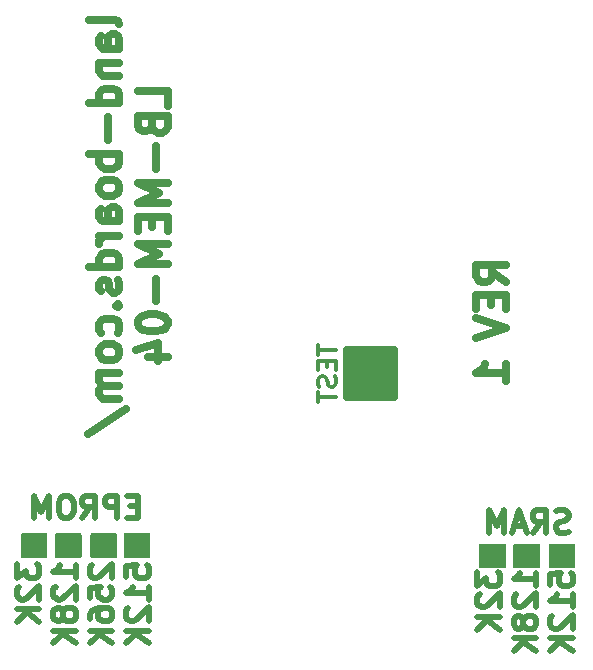
<source format=gbo>
G04 #@! TF.GenerationSoftware,KiCad,Pcbnew,(7.0.0)*
G04 #@! TF.CreationDate,2024-08-24T20:57:07-04:00*
G04 #@! TF.ProjectId,LB-MEM-04,4c422d4d-454d-42d3-9034-2e6b69636164,2*
G04 #@! TF.SameCoordinates,Original*
G04 #@! TF.FileFunction,Legend,Bot*
G04 #@! TF.FilePolarity,Positive*
%FSLAX46Y46*%
G04 Gerber Fmt 4.6, Leading zero omitted, Abs format (unit mm)*
G04 Created by KiCad (PCBNEW (7.0.0)) date 2024-08-24 20:57:07*
%MOMM*%
%LPD*%
G01*
G04 APERTURE LIST*
%ADD10C,0.635000*%
%ADD11C,0.476250*%
%ADD12C,0.304800*%
%ADD13C,0.650000*%
G04 APERTURE END LIST*
D10*
X174923147Y-85477047D02*
X173713623Y-84630380D01*
X174923147Y-84025618D02*
X172383147Y-84025618D01*
X172383147Y-84025618D02*
X172383147Y-84993237D01*
X172383147Y-84993237D02*
X172504100Y-85235142D01*
X172504100Y-85235142D02*
X172625052Y-85356095D01*
X172625052Y-85356095D02*
X172866957Y-85477047D01*
X172866957Y-85477047D02*
X173229814Y-85477047D01*
X173229814Y-85477047D02*
X173471719Y-85356095D01*
X173471719Y-85356095D02*
X173592671Y-85235142D01*
X173592671Y-85235142D02*
X173713623Y-84993237D01*
X173713623Y-84993237D02*
X173713623Y-84025618D01*
X173592671Y-86565618D02*
X173592671Y-87412285D01*
X174923147Y-87775142D02*
X174923147Y-86565618D01*
X174923147Y-86565618D02*
X172383147Y-86565618D01*
X172383147Y-86565618D02*
X172383147Y-87775142D01*
X172383147Y-88500856D02*
X174923147Y-89347523D01*
X174923147Y-89347523D02*
X172383147Y-90194190D01*
X174923147Y-93895333D02*
X174923147Y-92443904D01*
X174923147Y-93169618D02*
X172383147Y-93169618D01*
X172383147Y-93169618D02*
X172746004Y-92927714D01*
X172746004Y-92927714D02*
X172987909Y-92685809D01*
X172987909Y-92685809D02*
X173108861Y-92443904D01*
X142131747Y-63651192D02*
X142010795Y-63409287D01*
X142010795Y-63409287D02*
X141768890Y-63288334D01*
X141768890Y-63288334D02*
X139591747Y-63288334D01*
X142131747Y-65707382D02*
X140801271Y-65707382D01*
X140801271Y-65707382D02*
X140559366Y-65586429D01*
X140559366Y-65586429D02*
X140438414Y-65344525D01*
X140438414Y-65344525D02*
X140438414Y-64860715D01*
X140438414Y-64860715D02*
X140559366Y-64618810D01*
X142010795Y-65707382D02*
X142131747Y-65465477D01*
X142131747Y-65465477D02*
X142131747Y-64860715D01*
X142131747Y-64860715D02*
X142010795Y-64618810D01*
X142010795Y-64618810D02*
X141768890Y-64497858D01*
X141768890Y-64497858D02*
X141526985Y-64497858D01*
X141526985Y-64497858D02*
X141285080Y-64618810D01*
X141285080Y-64618810D02*
X141164128Y-64860715D01*
X141164128Y-64860715D02*
X141164128Y-65465477D01*
X141164128Y-65465477D02*
X141043176Y-65707382D01*
X140438414Y-66916905D02*
X142131747Y-66916905D01*
X140680319Y-66916905D02*
X140559366Y-67037858D01*
X140559366Y-67037858D02*
X140438414Y-67279763D01*
X140438414Y-67279763D02*
X140438414Y-67642620D01*
X140438414Y-67642620D02*
X140559366Y-67884524D01*
X140559366Y-67884524D02*
X140801271Y-68005477D01*
X140801271Y-68005477D02*
X142131747Y-68005477D01*
X142131747Y-70303572D02*
X139591747Y-70303572D01*
X142010795Y-70303572D02*
X142131747Y-70061667D01*
X142131747Y-70061667D02*
X142131747Y-69577858D01*
X142131747Y-69577858D02*
X142010795Y-69335953D01*
X142010795Y-69335953D02*
X141889842Y-69215000D01*
X141889842Y-69215000D02*
X141647938Y-69094048D01*
X141647938Y-69094048D02*
X140922223Y-69094048D01*
X140922223Y-69094048D02*
X140680319Y-69215000D01*
X140680319Y-69215000D02*
X140559366Y-69335953D01*
X140559366Y-69335953D02*
X140438414Y-69577858D01*
X140438414Y-69577858D02*
X140438414Y-70061667D01*
X140438414Y-70061667D02*
X140559366Y-70303572D01*
X141164128Y-71513095D02*
X141164128Y-73448334D01*
X142131747Y-74657857D02*
X139591747Y-74657857D01*
X140559366Y-74657857D02*
X140438414Y-74899762D01*
X140438414Y-74899762D02*
X140438414Y-75383572D01*
X140438414Y-75383572D02*
X140559366Y-75625476D01*
X140559366Y-75625476D02*
X140680319Y-75746429D01*
X140680319Y-75746429D02*
X140922223Y-75867381D01*
X140922223Y-75867381D02*
X141647938Y-75867381D01*
X141647938Y-75867381D02*
X141889842Y-75746429D01*
X141889842Y-75746429D02*
X142010795Y-75625476D01*
X142010795Y-75625476D02*
X142131747Y-75383572D01*
X142131747Y-75383572D02*
X142131747Y-74899762D01*
X142131747Y-74899762D02*
X142010795Y-74657857D01*
X142131747Y-77318810D02*
X142010795Y-77076905D01*
X142010795Y-77076905D02*
X141889842Y-76955952D01*
X141889842Y-76955952D02*
X141647938Y-76835000D01*
X141647938Y-76835000D02*
X140922223Y-76835000D01*
X140922223Y-76835000D02*
X140680319Y-76955952D01*
X140680319Y-76955952D02*
X140559366Y-77076905D01*
X140559366Y-77076905D02*
X140438414Y-77318810D01*
X140438414Y-77318810D02*
X140438414Y-77681667D01*
X140438414Y-77681667D02*
X140559366Y-77923571D01*
X140559366Y-77923571D02*
X140680319Y-78044524D01*
X140680319Y-78044524D02*
X140922223Y-78165476D01*
X140922223Y-78165476D02*
X141647938Y-78165476D01*
X141647938Y-78165476D02*
X141889842Y-78044524D01*
X141889842Y-78044524D02*
X142010795Y-77923571D01*
X142010795Y-77923571D02*
X142131747Y-77681667D01*
X142131747Y-77681667D02*
X142131747Y-77318810D01*
X142131747Y-80342619D02*
X140801271Y-80342619D01*
X140801271Y-80342619D02*
X140559366Y-80221666D01*
X140559366Y-80221666D02*
X140438414Y-79979762D01*
X140438414Y-79979762D02*
X140438414Y-79495952D01*
X140438414Y-79495952D02*
X140559366Y-79254047D01*
X142010795Y-80342619D02*
X142131747Y-80100714D01*
X142131747Y-80100714D02*
X142131747Y-79495952D01*
X142131747Y-79495952D02*
X142010795Y-79254047D01*
X142010795Y-79254047D02*
X141768890Y-79133095D01*
X141768890Y-79133095D02*
X141526985Y-79133095D01*
X141526985Y-79133095D02*
X141285080Y-79254047D01*
X141285080Y-79254047D02*
X141164128Y-79495952D01*
X141164128Y-79495952D02*
X141164128Y-80100714D01*
X141164128Y-80100714D02*
X141043176Y-80342619D01*
X142131747Y-81552142D02*
X140438414Y-81552142D01*
X140922223Y-81552142D02*
X140680319Y-81673095D01*
X140680319Y-81673095D02*
X140559366Y-81794047D01*
X140559366Y-81794047D02*
X140438414Y-82035952D01*
X140438414Y-82035952D02*
X140438414Y-82277857D01*
X142131747Y-84213095D02*
X139591747Y-84213095D01*
X142010795Y-84213095D02*
X142131747Y-83971190D01*
X142131747Y-83971190D02*
X142131747Y-83487381D01*
X142131747Y-83487381D02*
X142010795Y-83245476D01*
X142010795Y-83245476D02*
X141889842Y-83124523D01*
X141889842Y-83124523D02*
X141647938Y-83003571D01*
X141647938Y-83003571D02*
X140922223Y-83003571D01*
X140922223Y-83003571D02*
X140680319Y-83124523D01*
X140680319Y-83124523D02*
X140559366Y-83245476D01*
X140559366Y-83245476D02*
X140438414Y-83487381D01*
X140438414Y-83487381D02*
X140438414Y-83971190D01*
X140438414Y-83971190D02*
X140559366Y-84213095D01*
X142010795Y-85301666D02*
X142131747Y-85543571D01*
X142131747Y-85543571D02*
X142131747Y-86027380D01*
X142131747Y-86027380D02*
X142010795Y-86269285D01*
X142010795Y-86269285D02*
X141768890Y-86390237D01*
X141768890Y-86390237D02*
X141647938Y-86390237D01*
X141647938Y-86390237D02*
X141406033Y-86269285D01*
X141406033Y-86269285D02*
X141285080Y-86027380D01*
X141285080Y-86027380D02*
X141285080Y-85664523D01*
X141285080Y-85664523D02*
X141164128Y-85422618D01*
X141164128Y-85422618D02*
X140922223Y-85301666D01*
X140922223Y-85301666D02*
X140801271Y-85301666D01*
X140801271Y-85301666D02*
X140559366Y-85422618D01*
X140559366Y-85422618D02*
X140438414Y-85664523D01*
X140438414Y-85664523D02*
X140438414Y-86027380D01*
X140438414Y-86027380D02*
X140559366Y-86269285D01*
X141889842Y-87478808D02*
X142010795Y-87599761D01*
X142010795Y-87599761D02*
X142131747Y-87478808D01*
X142131747Y-87478808D02*
X142010795Y-87357856D01*
X142010795Y-87357856D02*
X141889842Y-87478808D01*
X141889842Y-87478808D02*
X142131747Y-87478808D01*
X142010795Y-89776904D02*
X142131747Y-89534999D01*
X142131747Y-89534999D02*
X142131747Y-89051190D01*
X142131747Y-89051190D02*
X142010795Y-88809285D01*
X142010795Y-88809285D02*
X141889842Y-88688332D01*
X141889842Y-88688332D02*
X141647938Y-88567380D01*
X141647938Y-88567380D02*
X140922223Y-88567380D01*
X140922223Y-88567380D02*
X140680319Y-88688332D01*
X140680319Y-88688332D02*
X140559366Y-88809285D01*
X140559366Y-88809285D02*
X140438414Y-89051190D01*
X140438414Y-89051190D02*
X140438414Y-89534999D01*
X140438414Y-89534999D02*
X140559366Y-89776904D01*
X142131747Y-91228333D02*
X142010795Y-90986428D01*
X142010795Y-90986428D02*
X141889842Y-90865475D01*
X141889842Y-90865475D02*
X141647938Y-90744523D01*
X141647938Y-90744523D02*
X140922223Y-90744523D01*
X140922223Y-90744523D02*
X140680319Y-90865475D01*
X140680319Y-90865475D02*
X140559366Y-90986428D01*
X140559366Y-90986428D02*
X140438414Y-91228333D01*
X140438414Y-91228333D02*
X140438414Y-91591190D01*
X140438414Y-91591190D02*
X140559366Y-91833094D01*
X140559366Y-91833094D02*
X140680319Y-91954047D01*
X140680319Y-91954047D02*
X140922223Y-92074999D01*
X140922223Y-92074999D02*
X141647938Y-92074999D01*
X141647938Y-92074999D02*
X141889842Y-91954047D01*
X141889842Y-91954047D02*
X142010795Y-91833094D01*
X142010795Y-91833094D02*
X142131747Y-91591190D01*
X142131747Y-91591190D02*
X142131747Y-91228333D01*
X142131747Y-93163570D02*
X140438414Y-93163570D01*
X140680319Y-93163570D02*
X140559366Y-93284523D01*
X140559366Y-93284523D02*
X140438414Y-93526428D01*
X140438414Y-93526428D02*
X140438414Y-93889285D01*
X140438414Y-93889285D02*
X140559366Y-94131189D01*
X140559366Y-94131189D02*
X140801271Y-94252142D01*
X140801271Y-94252142D02*
X142131747Y-94252142D01*
X140801271Y-94252142D02*
X140559366Y-94373094D01*
X140559366Y-94373094D02*
X140438414Y-94614999D01*
X140438414Y-94614999D02*
X140438414Y-94977856D01*
X140438414Y-94977856D02*
X140559366Y-95219761D01*
X140559366Y-95219761D02*
X140801271Y-95340713D01*
X140801271Y-95340713D02*
X142131747Y-95340713D01*
X139470795Y-98364523D02*
X142736509Y-96187380D01*
X146246547Y-70545476D02*
X146246547Y-69335952D01*
X146246547Y-69335952D02*
X143706547Y-69335952D01*
X144916071Y-72238809D02*
X145037023Y-72601666D01*
X145037023Y-72601666D02*
X145157976Y-72722619D01*
X145157976Y-72722619D02*
X145399880Y-72843571D01*
X145399880Y-72843571D02*
X145762738Y-72843571D01*
X145762738Y-72843571D02*
X146004642Y-72722619D01*
X146004642Y-72722619D02*
X146125595Y-72601666D01*
X146125595Y-72601666D02*
X146246547Y-72359761D01*
X146246547Y-72359761D02*
X146246547Y-71392142D01*
X146246547Y-71392142D02*
X143706547Y-71392142D01*
X143706547Y-71392142D02*
X143706547Y-72238809D01*
X143706547Y-72238809D02*
X143827500Y-72480714D01*
X143827500Y-72480714D02*
X143948452Y-72601666D01*
X143948452Y-72601666D02*
X144190357Y-72722619D01*
X144190357Y-72722619D02*
X144432261Y-72722619D01*
X144432261Y-72722619D02*
X144674166Y-72601666D01*
X144674166Y-72601666D02*
X144795119Y-72480714D01*
X144795119Y-72480714D02*
X144916071Y-72238809D01*
X144916071Y-72238809D02*
X144916071Y-71392142D01*
X145278928Y-73932142D02*
X145278928Y-75867381D01*
X146246547Y-77076904D02*
X143706547Y-77076904D01*
X143706547Y-77076904D02*
X145520833Y-77923571D01*
X145520833Y-77923571D02*
X143706547Y-78770238D01*
X143706547Y-78770238D02*
X146246547Y-78770238D01*
X144916071Y-79979761D02*
X144916071Y-80826428D01*
X146246547Y-81189285D02*
X146246547Y-79979761D01*
X146246547Y-79979761D02*
X143706547Y-79979761D01*
X143706547Y-79979761D02*
X143706547Y-81189285D01*
X146246547Y-82277856D02*
X143706547Y-82277856D01*
X143706547Y-82277856D02*
X145520833Y-83124523D01*
X145520833Y-83124523D02*
X143706547Y-83971190D01*
X143706547Y-83971190D02*
X146246547Y-83971190D01*
X145278928Y-85180713D02*
X145278928Y-87115952D01*
X143706547Y-88809285D02*
X143706547Y-89051190D01*
X143706547Y-89051190D02*
X143827500Y-89293094D01*
X143827500Y-89293094D02*
X143948452Y-89414047D01*
X143948452Y-89414047D02*
X144190357Y-89534999D01*
X144190357Y-89534999D02*
X144674166Y-89655952D01*
X144674166Y-89655952D02*
X145278928Y-89655952D01*
X145278928Y-89655952D02*
X145762738Y-89534999D01*
X145762738Y-89534999D02*
X146004642Y-89414047D01*
X146004642Y-89414047D02*
X146125595Y-89293094D01*
X146125595Y-89293094D02*
X146246547Y-89051190D01*
X146246547Y-89051190D02*
X146246547Y-88809285D01*
X146246547Y-88809285D02*
X146125595Y-88567380D01*
X146125595Y-88567380D02*
X146004642Y-88446428D01*
X146004642Y-88446428D02*
X145762738Y-88325475D01*
X145762738Y-88325475D02*
X145278928Y-88204523D01*
X145278928Y-88204523D02*
X144674166Y-88204523D01*
X144674166Y-88204523D02*
X144190357Y-88325475D01*
X144190357Y-88325475D02*
X143948452Y-88446428D01*
X143948452Y-88446428D02*
X143827500Y-88567380D01*
X143827500Y-88567380D02*
X143706547Y-88809285D01*
X144553214Y-91833095D02*
X146246547Y-91833095D01*
X143585595Y-91228333D02*
X145399880Y-90623571D01*
X145399880Y-90623571D02*
X145399880Y-92195952D01*
D11*
X180185785Y-106603346D02*
X179913643Y-106694060D01*
X179913643Y-106694060D02*
X179460071Y-106694060D01*
X179460071Y-106694060D02*
X179278643Y-106603346D01*
X179278643Y-106603346D02*
X179187928Y-106512632D01*
X179187928Y-106512632D02*
X179097214Y-106331203D01*
X179097214Y-106331203D02*
X179097214Y-106149775D01*
X179097214Y-106149775D02*
X179187928Y-105968346D01*
X179187928Y-105968346D02*
X179278643Y-105877632D01*
X179278643Y-105877632D02*
X179460071Y-105786917D01*
X179460071Y-105786917D02*
X179822928Y-105696203D01*
X179822928Y-105696203D02*
X180004357Y-105605489D01*
X180004357Y-105605489D02*
X180095071Y-105514775D01*
X180095071Y-105514775D02*
X180185785Y-105333346D01*
X180185785Y-105333346D02*
X180185785Y-105151917D01*
X180185785Y-105151917D02*
X180095071Y-104970489D01*
X180095071Y-104970489D02*
X180004357Y-104879775D01*
X180004357Y-104879775D02*
X179822928Y-104789060D01*
X179822928Y-104789060D02*
X179369357Y-104789060D01*
X179369357Y-104789060D02*
X179097214Y-104879775D01*
X177192214Y-106694060D02*
X177827214Y-105786917D01*
X178280785Y-106694060D02*
X178280785Y-104789060D01*
X178280785Y-104789060D02*
X177555071Y-104789060D01*
X177555071Y-104789060D02*
X177373642Y-104879775D01*
X177373642Y-104879775D02*
X177282928Y-104970489D01*
X177282928Y-104970489D02*
X177192214Y-105151917D01*
X177192214Y-105151917D02*
X177192214Y-105424060D01*
X177192214Y-105424060D02*
X177282928Y-105605489D01*
X177282928Y-105605489D02*
X177373642Y-105696203D01*
X177373642Y-105696203D02*
X177555071Y-105786917D01*
X177555071Y-105786917D02*
X178280785Y-105786917D01*
X176466499Y-106149775D02*
X175559357Y-106149775D01*
X176647928Y-106694060D02*
X176012928Y-104789060D01*
X176012928Y-104789060D02*
X175377928Y-106694060D01*
X174742928Y-106694060D02*
X174742928Y-104789060D01*
X174742928Y-104789060D02*
X174107928Y-106149775D01*
X174107928Y-106149775D02*
X173472928Y-104789060D01*
X173472928Y-104789060D02*
X173472928Y-106694060D01*
X172467360Y-110025542D02*
X172467360Y-111204828D01*
X172467360Y-111204828D02*
X173193075Y-110569828D01*
X173193075Y-110569828D02*
X173193075Y-110841971D01*
X173193075Y-110841971D02*
X173283789Y-111023400D01*
X173283789Y-111023400D02*
X173374503Y-111114114D01*
X173374503Y-111114114D02*
X173555932Y-111204828D01*
X173555932Y-111204828D02*
X174009503Y-111204828D01*
X174009503Y-111204828D02*
X174190932Y-111114114D01*
X174190932Y-111114114D02*
X174281646Y-111023400D01*
X174281646Y-111023400D02*
X174372360Y-110841971D01*
X174372360Y-110841971D02*
X174372360Y-110297685D01*
X174372360Y-110297685D02*
X174281646Y-110116257D01*
X174281646Y-110116257D02*
X174190932Y-110025542D01*
X172648789Y-111930543D02*
X172558075Y-112021257D01*
X172558075Y-112021257D02*
X172467360Y-112202686D01*
X172467360Y-112202686D02*
X172467360Y-112656257D01*
X172467360Y-112656257D02*
X172558075Y-112837686D01*
X172558075Y-112837686D02*
X172648789Y-112928400D01*
X172648789Y-112928400D02*
X172830217Y-113019114D01*
X172830217Y-113019114D02*
X173011646Y-113019114D01*
X173011646Y-113019114D02*
X173283789Y-112928400D01*
X173283789Y-112928400D02*
X174372360Y-111839828D01*
X174372360Y-111839828D02*
X174372360Y-113019114D01*
X174372360Y-113835543D02*
X172467360Y-113835543D01*
X174372360Y-114924114D02*
X173283789Y-114107686D01*
X172467360Y-114924114D02*
X173555932Y-113835543D01*
X177458460Y-111204828D02*
X177458460Y-110116257D01*
X177458460Y-110660542D02*
X175553460Y-110660542D01*
X175553460Y-110660542D02*
X175825603Y-110479114D01*
X175825603Y-110479114D02*
X176007032Y-110297685D01*
X176007032Y-110297685D02*
X176097746Y-110116257D01*
X175734889Y-111930543D02*
X175644175Y-112021257D01*
X175644175Y-112021257D02*
X175553460Y-112202686D01*
X175553460Y-112202686D02*
X175553460Y-112656257D01*
X175553460Y-112656257D02*
X175644175Y-112837686D01*
X175644175Y-112837686D02*
X175734889Y-112928400D01*
X175734889Y-112928400D02*
X175916317Y-113019114D01*
X175916317Y-113019114D02*
X176097746Y-113019114D01*
X176097746Y-113019114D02*
X176369889Y-112928400D01*
X176369889Y-112928400D02*
X177458460Y-111839828D01*
X177458460Y-111839828D02*
X177458460Y-113019114D01*
X176369889Y-114107686D02*
X176279175Y-113926257D01*
X176279175Y-113926257D02*
X176188460Y-113835543D01*
X176188460Y-113835543D02*
X176007032Y-113744829D01*
X176007032Y-113744829D02*
X175916317Y-113744829D01*
X175916317Y-113744829D02*
X175734889Y-113835543D01*
X175734889Y-113835543D02*
X175644175Y-113926257D01*
X175644175Y-113926257D02*
X175553460Y-114107686D01*
X175553460Y-114107686D02*
X175553460Y-114470543D01*
X175553460Y-114470543D02*
X175644175Y-114651972D01*
X175644175Y-114651972D02*
X175734889Y-114742686D01*
X175734889Y-114742686D02*
X175916317Y-114833400D01*
X175916317Y-114833400D02*
X176007032Y-114833400D01*
X176007032Y-114833400D02*
X176188460Y-114742686D01*
X176188460Y-114742686D02*
X176279175Y-114651972D01*
X176279175Y-114651972D02*
X176369889Y-114470543D01*
X176369889Y-114470543D02*
X176369889Y-114107686D01*
X176369889Y-114107686D02*
X176460603Y-113926257D01*
X176460603Y-113926257D02*
X176551317Y-113835543D01*
X176551317Y-113835543D02*
X176732746Y-113744829D01*
X176732746Y-113744829D02*
X177095603Y-113744829D01*
X177095603Y-113744829D02*
X177277032Y-113835543D01*
X177277032Y-113835543D02*
X177367746Y-113926257D01*
X177367746Y-113926257D02*
X177458460Y-114107686D01*
X177458460Y-114107686D02*
X177458460Y-114470543D01*
X177458460Y-114470543D02*
X177367746Y-114651972D01*
X177367746Y-114651972D02*
X177277032Y-114742686D01*
X177277032Y-114742686D02*
X177095603Y-114833400D01*
X177095603Y-114833400D02*
X176732746Y-114833400D01*
X176732746Y-114833400D02*
X176551317Y-114742686D01*
X176551317Y-114742686D02*
X176460603Y-114651972D01*
X176460603Y-114651972D02*
X176369889Y-114470543D01*
X177458460Y-115649829D02*
X175553460Y-115649829D01*
X177458460Y-116738400D02*
X176369889Y-115921972D01*
X175553460Y-116738400D02*
X176642032Y-115649829D01*
X178639560Y-111114114D02*
X178639560Y-110206971D01*
X178639560Y-110206971D02*
X179546703Y-110116257D01*
X179546703Y-110116257D02*
X179455989Y-110206971D01*
X179455989Y-110206971D02*
X179365275Y-110388400D01*
X179365275Y-110388400D02*
X179365275Y-110841971D01*
X179365275Y-110841971D02*
X179455989Y-111023400D01*
X179455989Y-111023400D02*
X179546703Y-111114114D01*
X179546703Y-111114114D02*
X179728132Y-111204828D01*
X179728132Y-111204828D02*
X180181703Y-111204828D01*
X180181703Y-111204828D02*
X180363132Y-111114114D01*
X180363132Y-111114114D02*
X180453846Y-111023400D01*
X180453846Y-111023400D02*
X180544560Y-110841971D01*
X180544560Y-110841971D02*
X180544560Y-110388400D01*
X180544560Y-110388400D02*
X180453846Y-110206971D01*
X180453846Y-110206971D02*
X180363132Y-110116257D01*
X180544560Y-113019114D02*
X180544560Y-111930543D01*
X180544560Y-112474828D02*
X178639560Y-112474828D01*
X178639560Y-112474828D02*
X178911703Y-112293400D01*
X178911703Y-112293400D02*
X179093132Y-112111971D01*
X179093132Y-112111971D02*
X179183846Y-111930543D01*
X178820989Y-113744829D02*
X178730275Y-113835543D01*
X178730275Y-113835543D02*
X178639560Y-114016972D01*
X178639560Y-114016972D02*
X178639560Y-114470543D01*
X178639560Y-114470543D02*
X178730275Y-114651972D01*
X178730275Y-114651972D02*
X178820989Y-114742686D01*
X178820989Y-114742686D02*
X179002417Y-114833400D01*
X179002417Y-114833400D02*
X179183846Y-114833400D01*
X179183846Y-114833400D02*
X179455989Y-114742686D01*
X179455989Y-114742686D02*
X180544560Y-113654114D01*
X180544560Y-113654114D02*
X180544560Y-114833400D01*
X180544560Y-115649829D02*
X178639560Y-115649829D01*
X180544560Y-116738400D02*
X179455989Y-115921972D01*
X178639560Y-116738400D02*
X179728132Y-115649829D01*
X143718642Y-104477003D02*
X143083642Y-104477003D01*
X142811499Y-105474860D02*
X143718642Y-105474860D01*
X143718642Y-105474860D02*
X143718642Y-103569860D01*
X143718642Y-103569860D02*
X142811499Y-103569860D01*
X141995071Y-105474860D02*
X141995071Y-103569860D01*
X141995071Y-103569860D02*
X141269357Y-103569860D01*
X141269357Y-103569860D02*
X141087928Y-103660575D01*
X141087928Y-103660575D02*
X140997214Y-103751289D01*
X140997214Y-103751289D02*
X140906500Y-103932717D01*
X140906500Y-103932717D02*
X140906500Y-104204860D01*
X140906500Y-104204860D02*
X140997214Y-104386289D01*
X140997214Y-104386289D02*
X141087928Y-104477003D01*
X141087928Y-104477003D02*
X141269357Y-104567717D01*
X141269357Y-104567717D02*
X141995071Y-104567717D01*
X139001500Y-105474860D02*
X139636500Y-104567717D01*
X140090071Y-105474860D02*
X140090071Y-103569860D01*
X140090071Y-103569860D02*
X139364357Y-103569860D01*
X139364357Y-103569860D02*
X139182928Y-103660575D01*
X139182928Y-103660575D02*
X139092214Y-103751289D01*
X139092214Y-103751289D02*
X139001500Y-103932717D01*
X139001500Y-103932717D02*
X139001500Y-104204860D01*
X139001500Y-104204860D02*
X139092214Y-104386289D01*
X139092214Y-104386289D02*
X139182928Y-104477003D01*
X139182928Y-104477003D02*
X139364357Y-104567717D01*
X139364357Y-104567717D02*
X140090071Y-104567717D01*
X137822214Y-103569860D02*
X137459357Y-103569860D01*
X137459357Y-103569860D02*
X137277928Y-103660575D01*
X137277928Y-103660575D02*
X137096500Y-103842003D01*
X137096500Y-103842003D02*
X137005785Y-104204860D01*
X137005785Y-104204860D02*
X137005785Y-104839860D01*
X137005785Y-104839860D02*
X137096500Y-105202717D01*
X137096500Y-105202717D02*
X137277928Y-105384146D01*
X137277928Y-105384146D02*
X137459357Y-105474860D01*
X137459357Y-105474860D02*
X137822214Y-105474860D01*
X137822214Y-105474860D02*
X138003643Y-105384146D01*
X138003643Y-105384146D02*
X138185071Y-105202717D01*
X138185071Y-105202717D02*
X138275785Y-104839860D01*
X138275785Y-104839860D02*
X138275785Y-104204860D01*
X138275785Y-104204860D02*
X138185071Y-103842003D01*
X138185071Y-103842003D02*
X138003643Y-103660575D01*
X138003643Y-103660575D02*
X137822214Y-103569860D01*
X136189357Y-105474860D02*
X136189357Y-103569860D01*
X136189357Y-103569860D02*
X135554357Y-104930575D01*
X135554357Y-104930575D02*
X134919357Y-103569860D01*
X134919357Y-103569860D02*
X134919357Y-105474860D01*
X133484710Y-109365142D02*
X133484710Y-110544428D01*
X133484710Y-110544428D02*
X134210425Y-109909428D01*
X134210425Y-109909428D02*
X134210425Y-110181571D01*
X134210425Y-110181571D02*
X134301139Y-110363000D01*
X134301139Y-110363000D02*
X134391853Y-110453714D01*
X134391853Y-110453714D02*
X134573282Y-110544428D01*
X134573282Y-110544428D02*
X135026853Y-110544428D01*
X135026853Y-110544428D02*
X135208282Y-110453714D01*
X135208282Y-110453714D02*
X135298996Y-110363000D01*
X135298996Y-110363000D02*
X135389710Y-110181571D01*
X135389710Y-110181571D02*
X135389710Y-109637285D01*
X135389710Y-109637285D02*
X135298996Y-109455857D01*
X135298996Y-109455857D02*
X135208282Y-109365142D01*
X133666139Y-111270143D02*
X133575425Y-111360857D01*
X133575425Y-111360857D02*
X133484710Y-111542286D01*
X133484710Y-111542286D02*
X133484710Y-111995857D01*
X133484710Y-111995857D02*
X133575425Y-112177286D01*
X133575425Y-112177286D02*
X133666139Y-112268000D01*
X133666139Y-112268000D02*
X133847567Y-112358714D01*
X133847567Y-112358714D02*
X134028996Y-112358714D01*
X134028996Y-112358714D02*
X134301139Y-112268000D01*
X134301139Y-112268000D02*
X135389710Y-111179428D01*
X135389710Y-111179428D02*
X135389710Y-112358714D01*
X135389710Y-113175143D02*
X133484710Y-113175143D01*
X135389710Y-114263714D02*
X134301139Y-113447286D01*
X133484710Y-114263714D02*
X134573282Y-113175143D01*
X138475810Y-110544428D02*
X138475810Y-109455857D01*
X138475810Y-110000142D02*
X136570810Y-110000142D01*
X136570810Y-110000142D02*
X136842953Y-109818714D01*
X136842953Y-109818714D02*
X137024382Y-109637285D01*
X137024382Y-109637285D02*
X137115096Y-109455857D01*
X136752239Y-111270143D02*
X136661525Y-111360857D01*
X136661525Y-111360857D02*
X136570810Y-111542286D01*
X136570810Y-111542286D02*
X136570810Y-111995857D01*
X136570810Y-111995857D02*
X136661525Y-112177286D01*
X136661525Y-112177286D02*
X136752239Y-112268000D01*
X136752239Y-112268000D02*
X136933667Y-112358714D01*
X136933667Y-112358714D02*
X137115096Y-112358714D01*
X137115096Y-112358714D02*
X137387239Y-112268000D01*
X137387239Y-112268000D02*
X138475810Y-111179428D01*
X138475810Y-111179428D02*
X138475810Y-112358714D01*
X137387239Y-113447286D02*
X137296525Y-113265857D01*
X137296525Y-113265857D02*
X137205810Y-113175143D01*
X137205810Y-113175143D02*
X137024382Y-113084429D01*
X137024382Y-113084429D02*
X136933667Y-113084429D01*
X136933667Y-113084429D02*
X136752239Y-113175143D01*
X136752239Y-113175143D02*
X136661525Y-113265857D01*
X136661525Y-113265857D02*
X136570810Y-113447286D01*
X136570810Y-113447286D02*
X136570810Y-113810143D01*
X136570810Y-113810143D02*
X136661525Y-113991572D01*
X136661525Y-113991572D02*
X136752239Y-114082286D01*
X136752239Y-114082286D02*
X136933667Y-114173000D01*
X136933667Y-114173000D02*
X137024382Y-114173000D01*
X137024382Y-114173000D02*
X137205810Y-114082286D01*
X137205810Y-114082286D02*
X137296525Y-113991572D01*
X137296525Y-113991572D02*
X137387239Y-113810143D01*
X137387239Y-113810143D02*
X137387239Y-113447286D01*
X137387239Y-113447286D02*
X137477953Y-113265857D01*
X137477953Y-113265857D02*
X137568667Y-113175143D01*
X137568667Y-113175143D02*
X137750096Y-113084429D01*
X137750096Y-113084429D02*
X138112953Y-113084429D01*
X138112953Y-113084429D02*
X138294382Y-113175143D01*
X138294382Y-113175143D02*
X138385096Y-113265857D01*
X138385096Y-113265857D02*
X138475810Y-113447286D01*
X138475810Y-113447286D02*
X138475810Y-113810143D01*
X138475810Y-113810143D02*
X138385096Y-113991572D01*
X138385096Y-113991572D02*
X138294382Y-114082286D01*
X138294382Y-114082286D02*
X138112953Y-114173000D01*
X138112953Y-114173000D02*
X137750096Y-114173000D01*
X137750096Y-114173000D02*
X137568667Y-114082286D01*
X137568667Y-114082286D02*
X137477953Y-113991572D01*
X137477953Y-113991572D02*
X137387239Y-113810143D01*
X138475810Y-114989429D02*
X136570810Y-114989429D01*
X138475810Y-116078000D02*
X137387239Y-115261572D01*
X136570810Y-116078000D02*
X137659382Y-114989429D01*
X139838339Y-109455857D02*
X139747625Y-109546571D01*
X139747625Y-109546571D02*
X139656910Y-109728000D01*
X139656910Y-109728000D02*
X139656910Y-110181571D01*
X139656910Y-110181571D02*
X139747625Y-110363000D01*
X139747625Y-110363000D02*
X139838339Y-110453714D01*
X139838339Y-110453714D02*
X140019767Y-110544428D01*
X140019767Y-110544428D02*
X140201196Y-110544428D01*
X140201196Y-110544428D02*
X140473339Y-110453714D01*
X140473339Y-110453714D02*
X141561910Y-109365142D01*
X141561910Y-109365142D02*
X141561910Y-110544428D01*
X139656910Y-112268000D02*
X139656910Y-111360857D01*
X139656910Y-111360857D02*
X140564053Y-111270143D01*
X140564053Y-111270143D02*
X140473339Y-111360857D01*
X140473339Y-111360857D02*
X140382625Y-111542286D01*
X140382625Y-111542286D02*
X140382625Y-111995857D01*
X140382625Y-111995857D02*
X140473339Y-112177286D01*
X140473339Y-112177286D02*
X140564053Y-112268000D01*
X140564053Y-112268000D02*
X140745482Y-112358714D01*
X140745482Y-112358714D02*
X141199053Y-112358714D01*
X141199053Y-112358714D02*
X141380482Y-112268000D01*
X141380482Y-112268000D02*
X141471196Y-112177286D01*
X141471196Y-112177286D02*
X141561910Y-111995857D01*
X141561910Y-111995857D02*
X141561910Y-111542286D01*
X141561910Y-111542286D02*
X141471196Y-111360857D01*
X141471196Y-111360857D02*
X141380482Y-111270143D01*
X139656910Y-113991572D02*
X139656910Y-113628714D01*
X139656910Y-113628714D02*
X139747625Y-113447286D01*
X139747625Y-113447286D02*
X139838339Y-113356572D01*
X139838339Y-113356572D02*
X140110482Y-113175143D01*
X140110482Y-113175143D02*
X140473339Y-113084429D01*
X140473339Y-113084429D02*
X141199053Y-113084429D01*
X141199053Y-113084429D02*
X141380482Y-113175143D01*
X141380482Y-113175143D02*
X141471196Y-113265857D01*
X141471196Y-113265857D02*
X141561910Y-113447286D01*
X141561910Y-113447286D02*
X141561910Y-113810143D01*
X141561910Y-113810143D02*
X141471196Y-113991572D01*
X141471196Y-113991572D02*
X141380482Y-114082286D01*
X141380482Y-114082286D02*
X141199053Y-114173000D01*
X141199053Y-114173000D02*
X140745482Y-114173000D01*
X140745482Y-114173000D02*
X140564053Y-114082286D01*
X140564053Y-114082286D02*
X140473339Y-113991572D01*
X140473339Y-113991572D02*
X140382625Y-113810143D01*
X140382625Y-113810143D02*
X140382625Y-113447286D01*
X140382625Y-113447286D02*
X140473339Y-113265857D01*
X140473339Y-113265857D02*
X140564053Y-113175143D01*
X140564053Y-113175143D02*
X140745482Y-113084429D01*
X141561910Y-114989429D02*
X139656910Y-114989429D01*
X141561910Y-116078000D02*
X140473339Y-115261572D01*
X139656910Y-116078000D02*
X140745482Y-114989429D01*
X142743010Y-110453714D02*
X142743010Y-109546571D01*
X142743010Y-109546571D02*
X143650153Y-109455857D01*
X143650153Y-109455857D02*
X143559439Y-109546571D01*
X143559439Y-109546571D02*
X143468725Y-109728000D01*
X143468725Y-109728000D02*
X143468725Y-110181571D01*
X143468725Y-110181571D02*
X143559439Y-110363000D01*
X143559439Y-110363000D02*
X143650153Y-110453714D01*
X143650153Y-110453714D02*
X143831582Y-110544428D01*
X143831582Y-110544428D02*
X144285153Y-110544428D01*
X144285153Y-110544428D02*
X144466582Y-110453714D01*
X144466582Y-110453714D02*
X144557296Y-110363000D01*
X144557296Y-110363000D02*
X144648010Y-110181571D01*
X144648010Y-110181571D02*
X144648010Y-109728000D01*
X144648010Y-109728000D02*
X144557296Y-109546571D01*
X144557296Y-109546571D02*
X144466582Y-109455857D01*
X144648010Y-112358714D02*
X144648010Y-111270143D01*
X144648010Y-111814428D02*
X142743010Y-111814428D01*
X142743010Y-111814428D02*
X143015153Y-111633000D01*
X143015153Y-111633000D02*
X143196582Y-111451571D01*
X143196582Y-111451571D02*
X143287296Y-111270143D01*
X142924439Y-113084429D02*
X142833725Y-113175143D01*
X142833725Y-113175143D02*
X142743010Y-113356572D01*
X142743010Y-113356572D02*
X142743010Y-113810143D01*
X142743010Y-113810143D02*
X142833725Y-113991572D01*
X142833725Y-113991572D02*
X142924439Y-114082286D01*
X142924439Y-114082286D02*
X143105867Y-114173000D01*
X143105867Y-114173000D02*
X143287296Y-114173000D01*
X143287296Y-114173000D02*
X143559439Y-114082286D01*
X143559439Y-114082286D02*
X144648010Y-112993714D01*
X144648010Y-112993714D02*
X144648010Y-114173000D01*
X144648010Y-114989429D02*
X142743010Y-114989429D01*
X144648010Y-116078000D02*
X143559439Y-115261572D01*
X142743010Y-116078000D02*
X143831582Y-114989429D01*
D12*
X158984895Y-90786856D02*
X158984895Y-91657714D01*
X160508895Y-91222285D02*
X158984895Y-91222285D01*
X159710609Y-92165714D02*
X159710609Y-92673714D01*
X160508895Y-92891428D02*
X160508895Y-92165714D01*
X160508895Y-92165714D02*
X158984895Y-92165714D01*
X158984895Y-92165714D02*
X158984895Y-92891428D01*
X160436324Y-93471999D02*
X160508895Y-93689714D01*
X160508895Y-93689714D02*
X160508895Y-94052571D01*
X160508895Y-94052571D02*
X160436324Y-94197714D01*
X160436324Y-94197714D02*
X160363752Y-94270285D01*
X160363752Y-94270285D02*
X160218609Y-94342856D01*
X160218609Y-94342856D02*
X160073467Y-94342856D01*
X160073467Y-94342856D02*
X159928324Y-94270285D01*
X159928324Y-94270285D02*
X159855752Y-94197714D01*
X159855752Y-94197714D02*
X159783181Y-94052571D01*
X159783181Y-94052571D02*
X159710609Y-93762285D01*
X159710609Y-93762285D02*
X159638038Y-93617142D01*
X159638038Y-93617142D02*
X159565467Y-93544571D01*
X159565467Y-93544571D02*
X159420324Y-93471999D01*
X159420324Y-93471999D02*
X159275181Y-93471999D01*
X159275181Y-93471999D02*
X159130038Y-93544571D01*
X159130038Y-93544571D02*
X159057467Y-93617142D01*
X159057467Y-93617142D02*
X158984895Y-93762285D01*
X158984895Y-93762285D02*
X158984895Y-94125142D01*
X158984895Y-94125142D02*
X159057467Y-94342856D01*
X158984895Y-94778285D02*
X158984895Y-95649143D01*
X160508895Y-95213714D02*
X158984895Y-95213714D01*
D13*
X163949000Y-91718000D02*
X163949000Y-91218000D01*
X161949000Y-95218000D02*
X161949000Y-91218000D01*
X162949000Y-95218000D02*
X162949000Y-91218000D01*
X164449000Y-95218000D02*
X164949000Y-95218000D01*
X164949000Y-95218000D02*
X164949000Y-91218000D01*
X161949000Y-91218000D02*
X162449000Y-91218000D01*
X162449000Y-95218000D02*
X162949000Y-95218000D01*
X161449000Y-95218000D02*
X161449000Y-91218000D01*
X164449000Y-91218000D02*
X164449000Y-95218000D01*
X163949000Y-95218000D02*
X163949000Y-91718000D01*
X162449000Y-91218000D02*
X162449000Y-95218000D01*
X163449000Y-91218000D02*
X163449000Y-95218000D01*
X165449000Y-95218000D02*
X161449000Y-95218000D01*
X161449000Y-95218000D02*
X161949000Y-95218000D01*
X165449000Y-91218000D02*
X165449000Y-95218000D01*
X162949000Y-91218000D02*
X163449000Y-91218000D01*
X161449000Y-91218000D02*
X165449000Y-91218000D01*
X163949000Y-91218000D02*
X164449000Y-91218000D01*
X163449000Y-95218000D02*
X163949000Y-95218000D01*
G36*
X180708800Y-107636681D02*
G01*
X180754919Y-107682800D01*
X180771800Y-107745800D01*
X180771800Y-109602000D01*
X180754919Y-109665000D01*
X180708800Y-109711119D01*
X180645800Y-109728000D01*
X178637200Y-109728000D01*
X178574200Y-109711119D01*
X178528081Y-109665000D01*
X178511200Y-109602000D01*
X178511200Y-107745800D01*
X178528081Y-107682800D01*
X178574200Y-107636681D01*
X178637200Y-107619800D01*
X180645800Y-107619800D01*
X180708800Y-107636681D01*
G37*
G36*
X136004800Y-106747681D02*
G01*
X136050919Y-106793800D01*
X136067800Y-106856800D01*
X136067800Y-108713000D01*
X136050919Y-108776000D01*
X136004800Y-108822119D01*
X135941800Y-108839000D01*
X133933200Y-108839000D01*
X133870200Y-108822119D01*
X133824081Y-108776000D01*
X133807200Y-108713000D01*
X133807200Y-106856800D01*
X133824081Y-106793800D01*
X133870200Y-106747681D01*
X133933200Y-106730800D01*
X135941800Y-106730800D01*
X136004800Y-106747681D01*
G37*
G36*
X177711600Y-107636681D02*
G01*
X177757719Y-107682800D01*
X177774600Y-107745800D01*
X177774600Y-109602000D01*
X177757719Y-109665000D01*
X177711600Y-109711119D01*
X177648600Y-109728000D01*
X175640000Y-109728000D01*
X175577000Y-109711119D01*
X175530881Y-109665000D01*
X175514000Y-109602000D01*
X175514000Y-107745800D01*
X175530881Y-107682800D01*
X175577000Y-107636681D01*
X175640000Y-107619800D01*
X177648600Y-107619800D01*
X177711600Y-107636681D01*
G37*
G36*
X138900400Y-106747681D02*
G01*
X138946519Y-106793800D01*
X138963400Y-106856800D01*
X138963400Y-108713000D01*
X138946519Y-108776000D01*
X138900400Y-108822119D01*
X138837400Y-108839000D01*
X136828800Y-108839000D01*
X136765800Y-108822119D01*
X136719681Y-108776000D01*
X136702800Y-108713000D01*
X136702800Y-106856800D01*
X136719681Y-106793800D01*
X136765800Y-106747681D01*
X136828800Y-106730800D01*
X138837400Y-106730800D01*
X138900400Y-106747681D01*
G37*
G36*
X174816000Y-107636681D02*
G01*
X174862119Y-107682800D01*
X174879000Y-107745800D01*
X174879000Y-109602000D01*
X174862119Y-109665000D01*
X174816000Y-109711119D01*
X174753000Y-109728000D01*
X172744400Y-109728000D01*
X172681400Y-109711119D01*
X172635281Y-109665000D01*
X172618400Y-109602000D01*
X172618400Y-107745800D01*
X172635281Y-107682800D01*
X172681400Y-107636681D01*
X172744400Y-107619800D01*
X174753000Y-107619800D01*
X174816000Y-107636681D01*
G37*
G36*
X141897600Y-106747681D02*
G01*
X141943719Y-106793800D01*
X141960600Y-106856800D01*
X141960600Y-108713000D01*
X141943719Y-108776000D01*
X141897600Y-108822119D01*
X141834600Y-108839000D01*
X139826000Y-108839000D01*
X139763000Y-108822119D01*
X139716881Y-108776000D01*
X139700000Y-108713000D01*
X139700000Y-106856800D01*
X139716881Y-106793800D01*
X139763000Y-106747681D01*
X139826000Y-106730800D01*
X141834600Y-106730800D01*
X141897600Y-106747681D01*
G37*
G36*
X144717000Y-106747681D02*
G01*
X144763119Y-106793800D01*
X144780000Y-106856800D01*
X144780000Y-108713000D01*
X144763119Y-108776000D01*
X144717000Y-108822119D01*
X144654000Y-108839000D01*
X142645400Y-108839000D01*
X142582400Y-108822119D01*
X142536281Y-108776000D01*
X142519400Y-108713000D01*
X142519400Y-106856800D01*
X142536281Y-106793800D01*
X142582400Y-106747681D01*
X142645400Y-106730800D01*
X144654000Y-106730800D01*
X144717000Y-106747681D01*
G37*
M02*

</source>
